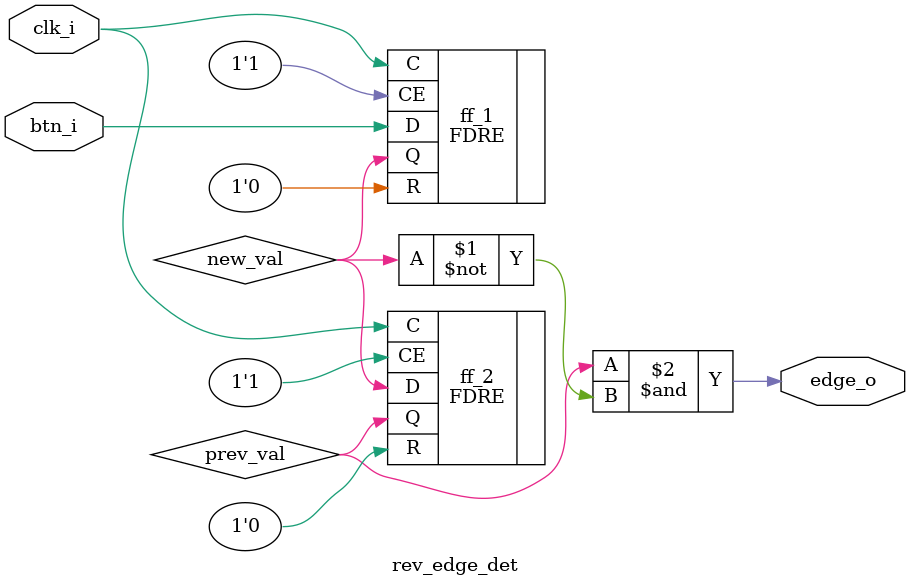
<source format=v>
`timescale 1ns / 1ps


module rev_edge_det(
    input btn_i,
    input clk_i,
    output edge_o
    );
    
    wire prev_val, new_val;
    
    FDRE #(.INIT(1'b0)) ff_1 (
        .C(clk_i),
        .CE(1'b1),
        .D(btn_i),
        .Q(new_val),
        .R(1'b0)
    );
    
    FDRE #(.INIT(1'b0)) ff_2 (
        .C(clk_i),
        .CE(1'b1),
        .D(new_val),
        .Q(prev_val),
        .R(1'b0)
    );
    
    assign edge_o = prev_val & ~new_val;
    
endmodule


</source>
